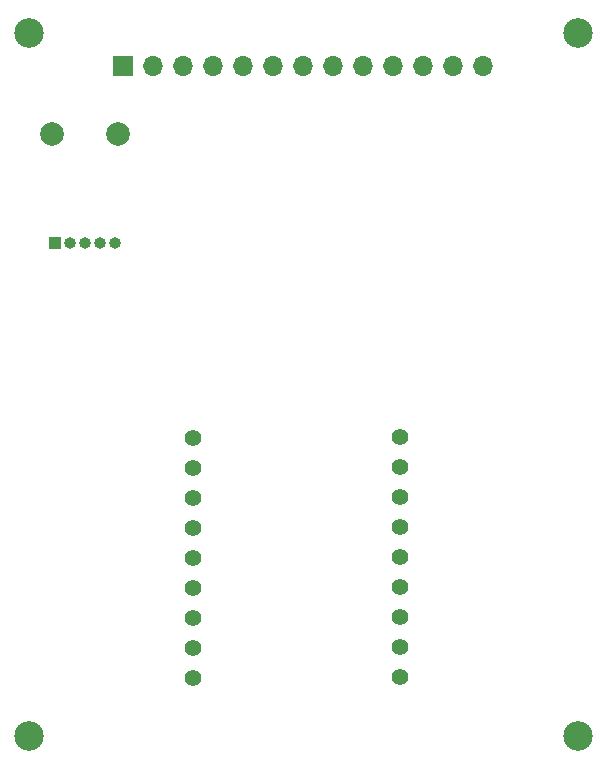
<source format=gbr>
%TF.GenerationSoftware,KiCad,Pcbnew,(6.0.5)*%
%TF.CreationDate,2022-08-15T12:20:04+02:00*%
%TF.ProjectId,Keypad,4b657970-6164-42e6-9b69-6361645f7063,rev?*%
%TF.SameCoordinates,Original*%
%TF.FileFunction,Soldermask,Bot*%
%TF.FilePolarity,Negative*%
%FSLAX46Y46*%
G04 Gerber Fmt 4.6, Leading zero omitted, Abs format (unit mm)*
G04 Created by KiCad (PCBNEW (6.0.5)) date 2022-08-15 12:20:04*
%MOMM*%
%LPD*%
G01*
G04 APERTURE LIST*
%ADD10R,1.000000X1.000000*%
%ADD11O,1.000000X1.000000*%
%ADD12C,2.000000*%
%ADD13C,1.400000*%
%ADD14C,2.500000*%
%ADD15R,1.700000X1.700000*%
%ADD16O,1.700000X1.700000*%
G04 APERTURE END LIST*
D10*
%TO.C,J2*%
X144450000Y-101000000D03*
D11*
X145720000Y-101000000D03*
X146990000Y-101000000D03*
X148260000Y-101000000D03*
X149530000Y-101000000D03*
%TD*%
D12*
%TO.C,H5*%
X149750000Y-91750000D03*
%TD*%
D13*
%TO.C,RN2*%
X173620000Y-117475000D03*
X173620000Y-120015000D03*
X173620000Y-122555000D03*
X173620000Y-125095000D03*
X173620000Y-127635000D03*
X173620000Y-130175000D03*
X173620000Y-132715000D03*
X173620000Y-135255000D03*
X173620000Y-137795000D03*
%TD*%
D14*
%TO.C,H4*%
X188750000Y-142750000D03*
%TD*%
%TO.C,H3*%
X188750000Y-83250000D03*
%TD*%
D15*
%TO.C,J1*%
X150220000Y-86000000D03*
D16*
X152760000Y-86000000D03*
X155300000Y-86000000D03*
X157840000Y-86000000D03*
X160380000Y-86000000D03*
X162920000Y-86000000D03*
X165460000Y-86000000D03*
X168000000Y-86000000D03*
X170540000Y-86000000D03*
X173080000Y-86000000D03*
X175620000Y-86000000D03*
X178160000Y-86000000D03*
X180700000Y-86000000D03*
%TD*%
D12*
%TO.C,H6*%
X144200000Y-91750000D03*
%TD*%
D14*
%TO.C,H1*%
X142250000Y-142750000D03*
%TD*%
D13*
%TO.C,RN1*%
X156142014Y-117485489D03*
X156142014Y-120025489D03*
X156142014Y-122565489D03*
X156142014Y-125105489D03*
X156142014Y-127645489D03*
X156142014Y-130185489D03*
X156142014Y-132725489D03*
X156142014Y-135265489D03*
X156142014Y-137805489D03*
%TD*%
D14*
%TO.C,H2*%
X142250000Y-83250000D03*
%TD*%
M02*

</source>
